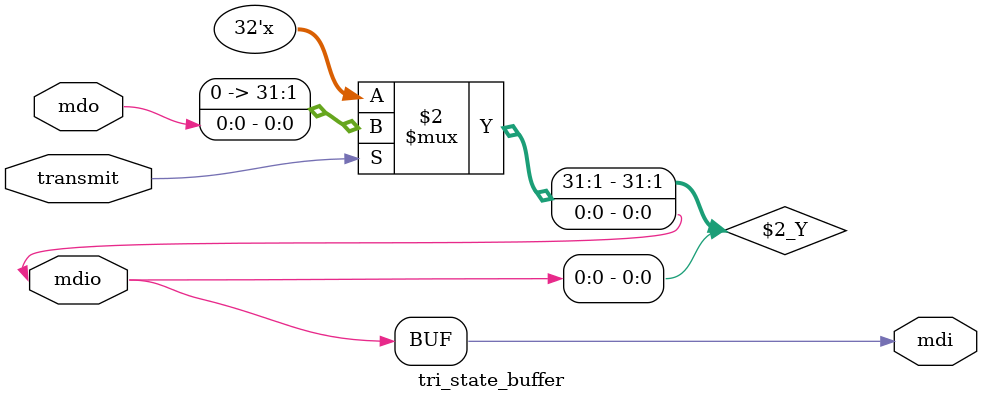
<source format=v>
module tri_state_buffer(
    input mdo, 
    input transmit,
    inout mdio,
    output mdi
);

assign mdio = transmit? mdo : 'bz;
assign mdi = mdio;

endmodule

</source>
